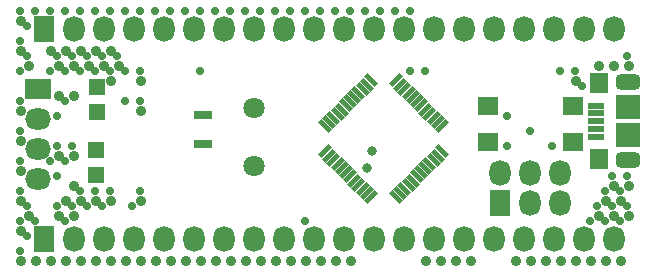
<source format=gts>
G04*
G04 #@! TF.GenerationSoftware,Altium Limited,Altium Designer,22.7.1 (60)*
G04*
G04 Layer_Color=8388736*
%FSLAX25Y25*%
%MOIN*%
G70*
G04*
G04 #@! TF.SameCoordinates,143699A1-5C46-47B9-B1A9-45083201A81C*
G04*
G04*
G04 #@! TF.FilePolarity,Negative*
G04*
G01*
G75*
%ADD22R,0.05709X0.01968*%
G04:AMPARAMS|DCode=23|XSize=15.75mil|YSize=51.18mil|CornerRadius=0mil|HoleSize=0mil|Usage=FLASHONLY|Rotation=135.000|XOffset=0mil|YOffset=0mil|HoleType=Round|Shape=Rectangle|*
%AMROTATEDRECTD23*
4,1,4,0.02366,0.01253,-0.01253,-0.02366,-0.02366,-0.01253,0.01253,0.02366,0.02366,0.01253,0.0*
%
%ADD23ROTATEDRECTD23*%

%ADD24R,0.06299X0.03150*%
G04:AMPARAMS|DCode=25|XSize=15.75mil|YSize=51.18mil|CornerRadius=0mil|HoleSize=0mil|Usage=FLASHONLY|Rotation=45.000|XOffset=0mil|YOffset=0mil|HoleType=Round|Shape=Rectangle|*
%AMROTATEDRECTD25*
4,1,4,0.01253,-0.02366,-0.02366,0.01253,-0.01253,0.02366,0.02366,-0.01253,0.01253,-0.02366,0.0*
%
%ADD25ROTATEDRECTD25*%

%ADD26R,0.07087X0.06299*%
%ADD27R,0.05512X0.05512*%
%ADD28R,0.06299X0.07087*%
%ADD29R,0.08268X0.08268*%
%ADD30O,0.07087X0.08661*%
%ADD31C,0.07087*%
%ADD32O,0.08661X0.07087*%
G04:AMPARAMS|DCode=33|XSize=82.68mil|YSize=51.18mil|CornerRadius=16.14mil|HoleSize=0mil|Usage=FLASHONLY|Rotation=180.000|XOffset=0mil|YOffset=0mil|HoleType=Round|Shape=RoundedRectangle|*
%AMROUNDEDRECTD33*
21,1,0.08268,0.01890,0,0,180.0*
21,1,0.05039,0.05118,0,0,180.0*
1,1,0.03228,-0.02520,0.00945*
1,1,0.03228,0.02520,0.00945*
1,1,0.03228,0.02520,-0.00945*
1,1,0.03228,-0.02520,-0.00945*
%
%ADD33ROUNDEDRECTD33*%
%ADD34R,0.07087X0.08661*%
%ADD35R,0.08661X0.07087*%
%ADD36C,0.03587*%
%ADD37C,0.02787*%
%ADD38C,0.03150*%
D22*
X193898Y49213D02*
D03*
Y46654D02*
D03*
Y51772D02*
D03*
Y54331D02*
D03*
Y44094D02*
D03*
D23*
X132756Y57244D02*
D03*
X107702Y34973D02*
D03*
X106309Y36364D02*
D03*
X110485Y32189D02*
D03*
X109093Y33581D02*
D03*
X129973Y60027D02*
D03*
X104918Y37756D02*
D03*
X138324Y51676D02*
D03*
X139716Y50284D02*
D03*
X141108Y48892D02*
D03*
X142500Y47500D02*
D03*
X131365Y58635D02*
D03*
X134148Y55852D02*
D03*
X135540Y54460D02*
D03*
X136932Y53068D02*
D03*
X118837Y23837D02*
D03*
X117445Y25229D02*
D03*
X116053Y26621D02*
D03*
X111877Y30797D02*
D03*
X128581Y61419D02*
D03*
X113269Y29405D02*
D03*
X127189Y62811D02*
D03*
X103526Y39148D02*
D03*
X114661Y28013D02*
D03*
D24*
X62992Y41732D02*
D03*
Y51181D02*
D03*
D25*
X118837Y62811D02*
D03*
X139716Y36364D02*
D03*
X138324Y34973D02*
D03*
X106309Y50284D02*
D03*
X107702Y51676D02*
D03*
X110485Y54460D02*
D03*
X111877Y55852D02*
D03*
X113269Y57244D02*
D03*
X114661Y58635D02*
D03*
X116053Y60027D02*
D03*
X135540Y32189D02*
D03*
X134148Y30797D02*
D03*
X117445Y61419D02*
D03*
X132756Y29405D02*
D03*
X131365Y28013D02*
D03*
X129973Y26621D02*
D03*
X128581Y25229D02*
D03*
X127189Y23837D02*
D03*
X136932Y33581D02*
D03*
X109093Y53068D02*
D03*
X104918Y48892D02*
D03*
X141108Y37756D02*
D03*
X142500Y39148D02*
D03*
X103526Y47500D02*
D03*
D26*
X186024Y54134D02*
D03*
X157677D02*
D03*
X186024Y42323D02*
D03*
X157677D02*
D03*
D27*
X27165Y31299D02*
D03*
X27559Y52165D02*
D03*
Y60433D02*
D03*
X27165Y39567D02*
D03*
D28*
X194783Y61811D02*
D03*
Y36614D02*
D03*
D29*
X204429Y53937D02*
D03*
Y44488D02*
D03*
D30*
X120000Y80000D02*
D03*
X40000Y10000D02*
D03*
X30000D02*
D03*
X20000D02*
D03*
X170000Y80000D02*
D03*
X180000D02*
D03*
X190000D02*
D03*
X200000D02*
D03*
X160000Y10000D02*
D03*
X150000D02*
D03*
X40000Y80000D02*
D03*
X50000D02*
D03*
X60000D02*
D03*
X70000D02*
D03*
X80000D02*
D03*
X90000D02*
D03*
X100000D02*
D03*
X140000Y10000D02*
D03*
X130000D02*
D03*
X110000Y80000D02*
D03*
X130000D02*
D03*
X140000D02*
D03*
X150000D02*
D03*
X160000D02*
D03*
X120000Y10000D02*
D03*
X110000D02*
D03*
X100000D02*
D03*
X90000D02*
D03*
X80000D02*
D03*
X70000D02*
D03*
X60000D02*
D03*
X50000D02*
D03*
X170000D02*
D03*
X200000D02*
D03*
X190000D02*
D03*
X182000Y32000D02*
D03*
Y22000D02*
D03*
X20000Y80000D02*
D03*
X172000Y32000D02*
D03*
Y22000D02*
D03*
X30000Y80000D02*
D03*
X162000Y32000D02*
D03*
X180000Y10000D02*
D03*
D31*
X80000Y34354D02*
D03*
Y53646D02*
D03*
D32*
X8000Y50000D02*
D03*
Y40000D02*
D03*
Y30000D02*
D03*
D33*
X204429Y62205D02*
D03*
Y36220D02*
D03*
D34*
X162000Y22000D02*
D03*
X10000Y80000D02*
D03*
X10000Y10000D02*
D03*
D35*
X8000Y60000D02*
D03*
D36*
X27224Y22559D02*
D03*
X29724Y67559D02*
D03*
X27224Y72559D02*
D03*
X32224Y2559D02*
D03*
Y22559D02*
D03*
Y62559D02*
D03*
X34724Y67559D02*
D03*
X32224Y72559D02*
D03*
X37224Y2559D02*
D03*
X42224D02*
D03*
Y22559D02*
D03*
Y52559D02*
D03*
Y62559D02*
D03*
X47224Y2559D02*
D03*
X52224D02*
D03*
X57224D02*
D03*
X62224D02*
D03*
X67224D02*
D03*
X72224D02*
D03*
X77224D02*
D03*
X82224D02*
D03*
X87224D02*
D03*
X92224D02*
D03*
X97224D02*
D03*
X102224D02*
D03*
X107224D02*
D03*
X112224D02*
D03*
X137224D02*
D03*
X142224D02*
D03*
X147224D02*
D03*
X152224D02*
D03*
X167224D02*
D03*
X202224Y22559D02*
D03*
X204724Y27559D02*
D03*
Y67559D02*
D03*
Y17559D02*
D03*
X202224Y2559D02*
D03*
X199724Y67559D02*
D03*
Y27559D02*
D03*
X197224Y22559D02*
D03*
X199724Y17559D02*
D03*
X197224Y2559D02*
D03*
X194724Y67559D02*
D03*
Y17559D02*
D03*
X192224Y2559D02*
D03*
X187224Y62559D02*
D03*
Y2559D02*
D03*
X182224D02*
D03*
X177224D02*
D03*
X172224D02*
D03*
X2224D02*
D03*
Y12559D02*
D03*
X4724Y17559D02*
D03*
X2224Y22559D02*
D03*
Y32559D02*
D03*
Y42559D02*
D03*
Y52559D02*
D03*
X4724Y67559D02*
D03*
X2224Y72559D02*
D03*
Y82559D02*
D03*
X7224Y2559D02*
D03*
X12224D02*
D03*
X14724Y17559D02*
D03*
Y37559D02*
D03*
Y57559D02*
D03*
Y67559D02*
D03*
X12224Y72559D02*
D03*
X17224Y2559D02*
D03*
X19724Y17559D02*
D03*
X17224Y22559D02*
D03*
X19724Y27559D02*
D03*
Y37559D02*
D03*
Y57559D02*
D03*
Y67559D02*
D03*
X17224Y72559D02*
D03*
X22224Y2559D02*
D03*
Y22559D02*
D03*
X24724Y67559D02*
D03*
X22224Y72559D02*
D03*
X27224Y2559D02*
D03*
D37*
X1772Y5945D02*
D03*
X4272Y10945D02*
D03*
X1772Y15945D02*
D03*
X4272Y20945D02*
D03*
X1772Y25945D02*
D03*
Y35945D02*
D03*
Y45945D02*
D03*
Y55945D02*
D03*
Y65945D02*
D03*
X4272Y70945D02*
D03*
X1772Y75945D02*
D03*
X4272Y80945D02*
D03*
X1772Y85945D02*
D03*
X6772Y15945D02*
D03*
Y85945D02*
D03*
X14272Y20945D02*
D03*
Y30945D02*
D03*
X11772Y35945D02*
D03*
X14272Y40945D02*
D03*
Y50945D02*
D03*
X11772Y65945D02*
D03*
X14272Y70945D02*
D03*
X11772Y85945D02*
D03*
X16772Y15945D02*
D03*
X19272Y20945D02*
D03*
X16772Y35945D02*
D03*
X19272Y40945D02*
D03*
X16772Y55945D02*
D03*
Y65945D02*
D03*
X19272Y70945D02*
D03*
X16772Y85945D02*
D03*
X24272Y20945D02*
D03*
X21772Y25945D02*
D03*
Y65945D02*
D03*
X24272Y70945D02*
D03*
X21772Y85945D02*
D03*
X29272Y20945D02*
D03*
X26772Y25945D02*
D03*
Y65945D02*
D03*
X29272Y70945D02*
D03*
X26772Y85945D02*
D03*
X31772Y25945D02*
D03*
Y65945D02*
D03*
X34272Y70945D02*
D03*
X31772Y85945D02*
D03*
X39272Y20945D02*
D03*
X36772Y55945D02*
D03*
Y65945D02*
D03*
Y85945D02*
D03*
X41772Y25945D02*
D03*
Y55945D02*
D03*
Y65945D02*
D03*
Y85945D02*
D03*
X46772D02*
D03*
X51772D02*
D03*
X56772D02*
D03*
X61772Y65945D02*
D03*
Y85945D02*
D03*
X66772D02*
D03*
X71772D02*
D03*
X76772D02*
D03*
X81772D02*
D03*
X86772D02*
D03*
X91772D02*
D03*
X96772Y15945D02*
D03*
Y85945D02*
D03*
X101772D02*
D03*
X106772D02*
D03*
X111772D02*
D03*
X116772D02*
D03*
X121772D02*
D03*
X126772D02*
D03*
X131772Y65945D02*
D03*
Y85945D02*
D03*
X136772Y65945D02*
D03*
X164272Y40945D02*
D03*
Y50945D02*
D03*
X171772Y45945D02*
D03*
X179272Y40945D02*
D03*
X181772Y65945D02*
D03*
X189272Y60945D02*
D03*
X186772Y65945D02*
D03*
X191772Y15945D02*
D03*
X194272Y20945D02*
D03*
X196772Y15945D02*
D03*
X199272Y20945D02*
D03*
X196772Y25945D02*
D03*
X199272Y30945D02*
D03*
X201772Y15945D02*
D03*
X204272Y20945D02*
D03*
X201772Y25945D02*
D03*
X204272Y30945D02*
D03*
Y70945D02*
D03*
D38*
X117623Y33569D02*
D03*
X119095Y39370D02*
D03*
M02*

</source>
